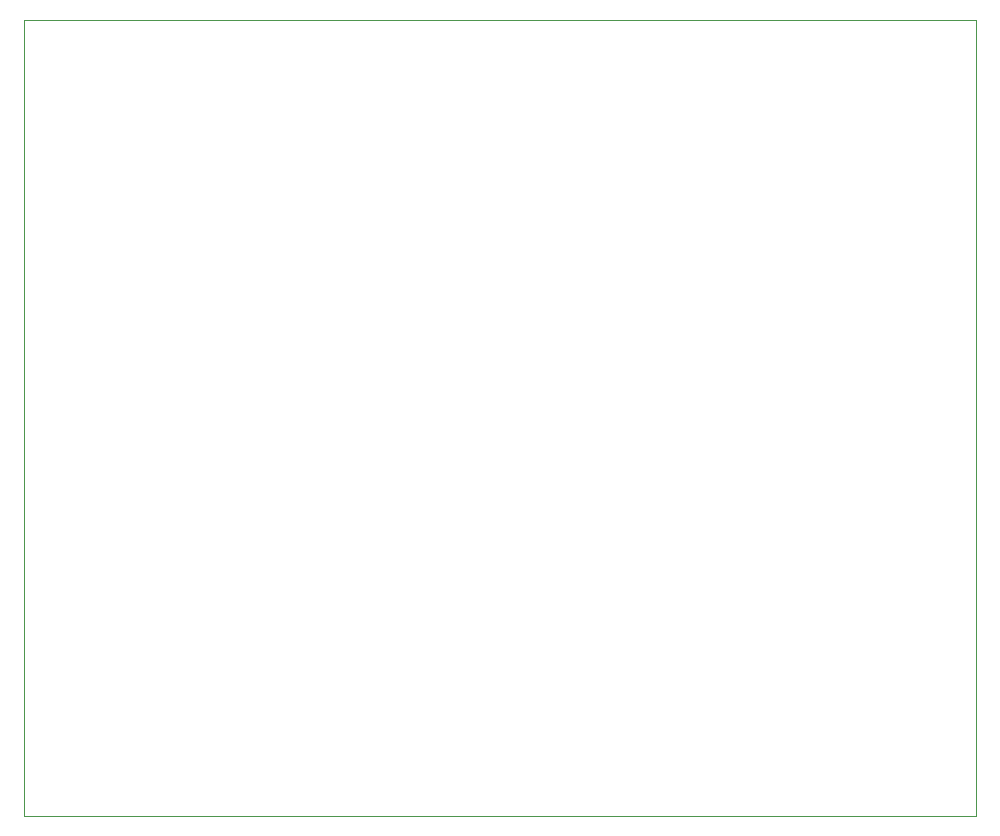
<source format=gbr>
%TF.GenerationSoftware,KiCad,Pcbnew,8.0.9*%
%TF.CreationDate,2025-04-23T17:18:56+02:00*%
%TF.ProjectId,Dijous_D_Combustible,44696a6f-7573-45f4-945f-436f6d627573,rev?*%
%TF.SameCoordinates,Original*%
%TF.FileFunction,Profile,NP*%
%FSLAX46Y46*%
G04 Gerber Fmt 4.6, Leading zero omitted, Abs format (unit mm)*
G04 Created by KiCad (PCBNEW 8.0.9) date 2025-04-23 17:18:56*
%MOMM*%
%LPD*%
G01*
G04 APERTURE LIST*
%TA.AperFunction,Profile*%
%ADD10C,0.050000*%
%TD*%
G04 APERTURE END LIST*
D10*
X128270000Y-71120000D02*
X208900000Y-71120000D01*
X208900000Y-138510000D01*
X128270000Y-138510000D01*
X128270000Y-71120000D01*
M02*

</source>
